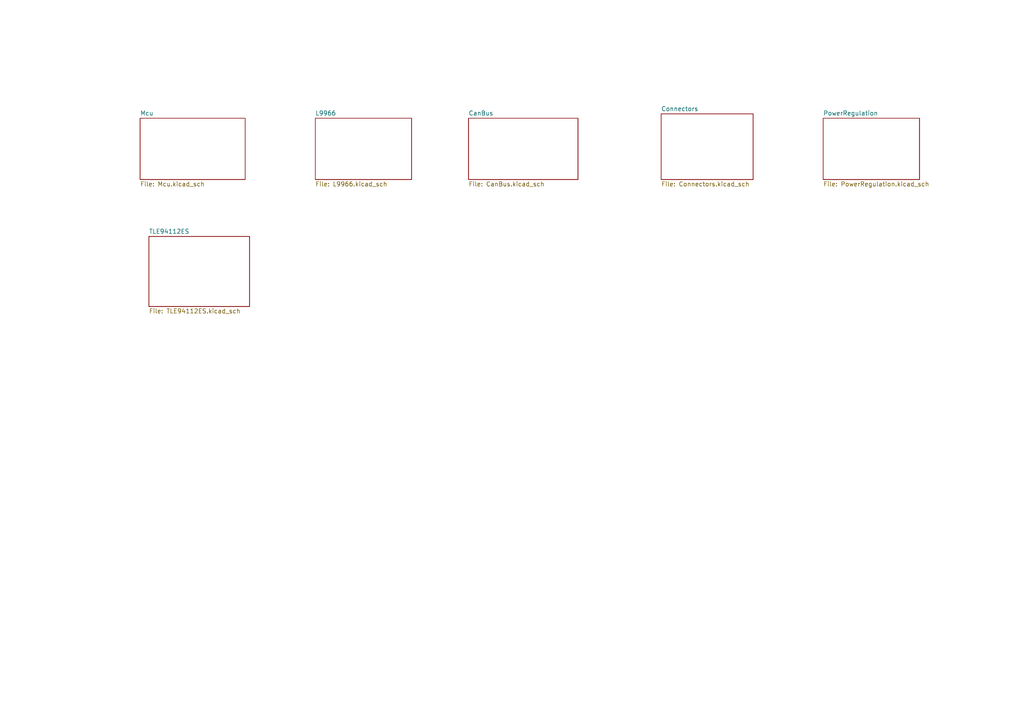
<source format=kicad_sch>
(kicad_sch (version 20230121) (generator eeschema)
  (paper "A4")
  (lib_symbols)
  (sheet (at 43.18 68.58) (size 29.21 20.32) (stroke (width 0.1524))
    (property "Sheetname" "TLE94112ES" (at 43.18 67.8684 0) (effects (justify left bottom)))
    (property "Sheetfile" "TLE94112ES.kicad_sch" (at 43.18 89.4846 0) (effects (justify left top)))
  )
  (sheet (at 91.44 34.29) (size 27.94 17.78) (stroke (width 0.1524))
    (property "Sheetname" "L9966" (at 91.44 33.5784 0) (effects (justify left bottom)))
    (property "Sheetfile" "L9966.kicad_sch" (at 91.44 52.6546 0) (effects (justify left top)))
  )
  (sheet (at 135.89 34.29) (size 31.75 17.78) (stroke (width 0.1524))
    (property "Sheetname" "CanBus" (at 135.89 33.5784 0) (effects (justify left bottom)))
    (property "Sheetfile" "CanBus.kicad_sch" (at 135.89 52.6546 0) (effects (justify left top)))
  )
  (sheet (at 191.77 33.02) (size 26.67 19.05) (stroke (width 0.1524))
    (property "Sheetname" "Connectors" (at 191.77 32.3084 0) (effects (justify left bottom)))
    (property "Sheetfile" "Connectors.kicad_sch" (at 191.77 52.6546 0) (effects (justify left top)))
  )
  (sheet (at 238.76 34.29) (size 27.94 17.78) (stroke (width 0.1524))
    (property "Sheetname" "PowerRegulation" (at 238.76 33.5784 0) (effects (justify left bottom)))
    (property "Sheetfile" "PowerRegulation.kicad_sch" (at 238.76 52.6546 0) (effects (justify left top)))
  )
  (sheet (at 40.64 34.29) (size 30.48 17.78) (stroke (width 0.1524))
    (property "Sheetname" "Mcu" (at 40.64 33.5784 0) (effects (justify left bottom)))
    (property "Sheetfile" "Mcu.kicad_sch" (at 40.64 52.6546 0) (effects (justify left top)))
  )
)
</source>
